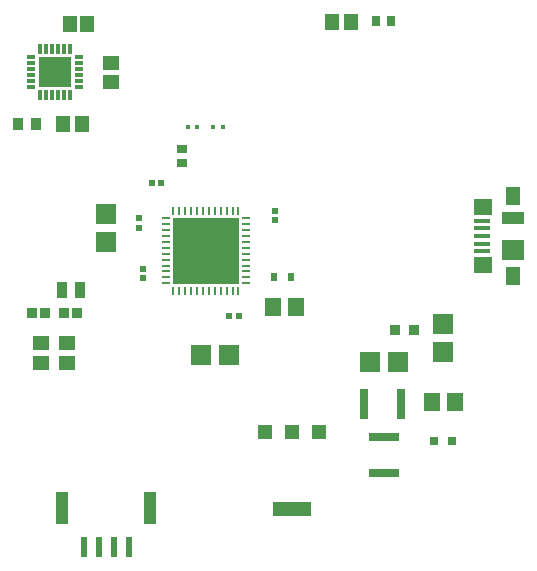
<source format=gbr>
%TF.GenerationSoftware,Altium Limited,Altium Designer,23.5.1 (21)*%
G04 Layer_Color=8421504*
%FSLAX45Y45*%
%MOMM*%
%TF.SameCoordinates,D1A1A69A-B0F0-4312-96CC-35C0D177272F*%
%TF.FilePolarity,Positive*%
%TF.FileFunction,Paste,Top*%
%TF.Part,Single*%
G01*
G75*
%TA.AperFunction,SMDPad,CuDef*%
%ADD10R,1.25000X1.25000*%
%ADD11R,3.18213X1.25000*%
%ADD12R,1.00000X2.80000*%
%ADD13R,0.60000X1.70000*%
%ADD14R,2.60000X0.75000*%
%ADD15R,0.86213X0.66370*%
%TA.AperFunction,ConnectorPad*%
%ADD16R,1.38000X0.45000*%
%ADD17R,1.55000X1.42500*%
%ADD18R,1.90000X1.00000*%
%ADD19R,1.90000X1.80000*%
%ADD20R,1.30000X1.65000*%
%TA.AperFunction,SMDPad,CuDef*%
%ADD22R,0.75000X2.60000*%
%ADD23R,0.45000X0.45000*%
%ADD24R,0.52000X0.52000*%
%ADD25R,1.40000X1.20000*%
%ADD26R,0.93108X0.81213*%
%ADD27R,0.90000X1.35000*%
%ADD28R,2.70000X2.60000*%
%ADD29R,0.80000X0.35000*%
%ADD30R,0.35000X0.85000*%
%ADD31R,1.45620X1.30464*%
%ADD32R,5.60000X5.60000*%
%ADD33O,0.25000X0.80000*%
%ADD34O,0.80000X0.25000*%
%ADD35R,0.52000X0.52000*%
%ADD36R,1.75395X1.80620*%
%ADD37R,0.84000X0.93000*%
%ADD38R,1.80620X1.75395*%
%ADD39R,0.80000X0.80000*%
%ADD40R,1.35000X1.55000*%
%ADD41R,0.66370X0.86213*%
%ADD42R,0.60000X0.80000*%
%ADD43R,1.30464X1.45620*%
%ADD44R,0.95000X1.05000*%
%ADD45R,1.15000X1.35000*%
D10*
X11339000Y6249500D02*
D03*
X11110000D02*
D03*
X10881000D02*
D03*
D11*
X11110000Y5590500D02*
D03*
D12*
X9168118Y5604252D02*
D03*
X9913118D02*
D03*
D13*
X9728118Y5269252D02*
D03*
X9603118D02*
D03*
X9478118D02*
D03*
X9353118D02*
D03*
D14*
X11890000Y5897500D02*
D03*
Y6202500D02*
D03*
D15*
X10180000Y8520000D02*
D03*
Y8645877D02*
D03*
D16*
X12720000Y8035000D02*
D03*
Y7970000D02*
D03*
Y7905000D02*
D03*
Y7840000D02*
D03*
Y7775000D02*
D03*
D17*
X12728500Y8153750D02*
D03*
Y7656250D02*
D03*
D18*
X12986000Y8060000D02*
D03*
D19*
Y7790000D02*
D03*
D20*
Y8242500D02*
D03*
Y7567500D02*
D03*
D22*
X11725969Y6479999D02*
D03*
X12030969D02*
D03*
D23*
X10231355Y8829606D02*
D03*
X10311356D02*
D03*
X10527125Y8831057D02*
D03*
X10447125D02*
D03*
D24*
X9850000Y7630000D02*
D03*
Y7550000D02*
D03*
X9818019Y7975680D02*
D03*
Y8055680D02*
D03*
X10660000Y7230000D02*
D03*
X10970000Y8120000D02*
D03*
Y8040000D02*
D03*
D25*
X8990000Y7000000D02*
D03*
Y6830000D02*
D03*
X9210000D02*
D03*
Y7000000D02*
D03*
D26*
X9180000Y7250000D02*
D03*
X9288105D02*
D03*
X9020000D02*
D03*
X8911895D02*
D03*
D27*
X9165000Y7450000D02*
D03*
X9320000D02*
D03*
D28*
X9105000Y9295000D02*
D03*
D29*
X9305000Y9170000D02*
D03*
Y9220000D02*
D03*
Y9270000D02*
D03*
Y9320000D02*
D03*
Y9370000D02*
D03*
Y9420000D02*
D03*
X8905000Y9170000D02*
D03*
Y9220000D02*
D03*
Y9270000D02*
D03*
Y9320000D02*
D03*
Y9370000D02*
D03*
Y9420000D02*
D03*
D30*
X9230000Y9492500D02*
D03*
X9180000D02*
D03*
X9130000D02*
D03*
X9080000D02*
D03*
X9030000D02*
D03*
X8980000D02*
D03*
X9230000Y9097500D02*
D03*
X9180000D02*
D03*
X9130000D02*
D03*
X9080000D02*
D03*
X9030000D02*
D03*
X8980000D02*
D03*
D31*
X9580000Y9370000D02*
D03*
Y9208844D02*
D03*
D32*
X10383642Y7780005D02*
D03*
D33*
X10108642Y8120005D02*
D03*
X10158642D02*
D03*
X10208642D02*
D03*
X10258642D02*
D03*
X10308642D02*
D03*
X10358642D02*
D03*
X10408642D02*
D03*
X10458642D02*
D03*
X10508642D02*
D03*
X10558642D02*
D03*
X10608642D02*
D03*
X10658642D02*
D03*
Y7440005D02*
D03*
X10608642D02*
D03*
X10558642D02*
D03*
X10508642D02*
D03*
X10458642D02*
D03*
X10408642D02*
D03*
X10358642D02*
D03*
X10308642D02*
D03*
X10258642D02*
D03*
X10208642D02*
D03*
X10158642D02*
D03*
X10108642D02*
D03*
D34*
X10723642Y8055005D02*
D03*
Y8005005D02*
D03*
Y7955005D02*
D03*
Y7905005D02*
D03*
Y7855005D02*
D03*
Y7805005D02*
D03*
Y7755005D02*
D03*
Y7705005D02*
D03*
Y7655005D02*
D03*
Y7605005D02*
D03*
Y7555005D02*
D03*
Y7505005D02*
D03*
X10043642D02*
D03*
Y7555005D02*
D03*
Y7605005D02*
D03*
Y7655005D02*
D03*
Y7705005D02*
D03*
Y7755005D02*
D03*
Y7805005D02*
D03*
Y7855005D02*
D03*
Y7905005D02*
D03*
Y7955005D02*
D03*
Y8005005D02*
D03*
Y8055005D02*
D03*
D35*
X10004935Y8353065D02*
D03*
X9924935D02*
D03*
X10580000Y7230000D02*
D03*
D36*
X12008469Y6840000D02*
D03*
X11773244D02*
D03*
X10342387Y6900000D02*
D03*
X10577612D02*
D03*
D37*
X12143877Y7108433D02*
D03*
X11984877D02*
D03*
D38*
X12390000Y6922387D02*
D03*
Y7157612D02*
D03*
X9536632Y8088571D02*
D03*
Y7853346D02*
D03*
D39*
X12318469Y6170000D02*
D03*
X12468469D02*
D03*
D40*
X12488469Y6500000D02*
D03*
X12293469D02*
D03*
X11150000Y7300000D02*
D03*
X10955000D02*
D03*
D41*
X11823700Y9728200D02*
D03*
X11949577D02*
D03*
D42*
X10955907Y7557661D02*
D03*
X11100907D02*
D03*
D43*
X11610734Y9718200D02*
D03*
X11449577D02*
D03*
X9170000Y8850000D02*
D03*
X9331156D02*
D03*
D44*
X8940800Y8851900D02*
D03*
X8795800D02*
D03*
D45*
X9375000Y9700000D02*
D03*
X9230000D02*
D03*
%TF.MD5,8680ed3e6bcba43c79c84ba7bba4aa1b*%
M02*

</source>
